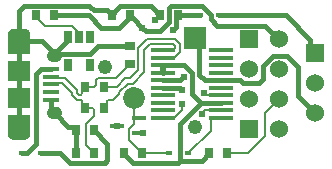
<source format=gtl>
G04*
G04 #@! TF.GenerationSoftware,Altium Limited,Altium Designer,20.2.4 (192)*
G04*
G04 Layer_Physical_Order=1*
G04 Layer_Color=255*
%FSLAX25Y25*%
%MOIN*%
G70*
G04*
G04 #@! TF.SameCoordinates,5D221C76-13CA-4EE4-81E9-8EB1FD8A002E*
G04*
G04*
G04 #@! TF.FilePolarity,Positive*
G04*
G01*
G75*
%ADD14C,0.00800*%
%ADD17R,0.02000X0.01400*%
%ADD18R,0.03000X0.03200*%
G04:AMPARAMS|DCode=19|XSize=77.56mil|YSize=16.14mil|CornerRadius=0.81mil|HoleSize=0mil|Usage=FLASHONLY|Rotation=0.000|XOffset=0mil|YOffset=0mil|HoleType=Round|Shape=RoundedRectangle|*
%AMROUNDEDRECTD19*
21,1,0.07756,0.01453,0,0,0.0*
21,1,0.07595,0.01614,0,0,0.0*
1,1,0.00161,0.03797,-0.00726*
1,1,0.00161,-0.03797,-0.00726*
1,1,0.00161,-0.03797,0.00726*
1,1,0.00161,0.03797,0.00726*
%
%ADD19ROUNDEDRECTD19*%
%ADD20R,0.04600X0.01800*%
%ADD21R,0.03200X0.03000*%
%ADD23R,0.05315X0.01575*%
%ADD24R,0.07480X0.07087*%
%ADD35R,0.06000X0.06000*%
%ADD36C,0.06000*%
%ADD40R,0.02559X0.04331*%
%ADD41C,0.01500*%
%ADD42R,0.06000X0.06000*%
%ADD43C,0.04803*%
%ADD44C,0.07284*%
%ADD45R,0.07284X0.07284*%
%ADD46C,0.04134*%
%ADD47O,0.07480X0.03740*%
%ADD48C,0.02400*%
G36*
X603740Y143465D02*
X603737Y143361D01*
X603729Y143259D01*
X603716Y143157D01*
X603697Y143055D01*
X603673Y142955D01*
X603644Y142856D01*
X603609Y142759D01*
X603570Y142664D01*
X603526Y142571D01*
X603476Y142480D01*
X603423Y142392D01*
X603364Y142307D01*
X603301Y142226D01*
X603234Y142147D01*
X603164Y142073D01*
X603089Y142002D01*
X603011Y141935D01*
X602929Y141872D01*
X602844Y141814D01*
X602756Y141760D01*
X602665Y141711D01*
X602572Y141666D01*
X602477Y141627D01*
X602380Y141592D01*
X602281Y141563D01*
X602181Y141539D01*
X602080Y141520D01*
X601977Y141507D01*
X601875Y141499D01*
X601772Y141496D01*
X598228D01*
X598125Y141499D01*
X598023Y141507D01*
X597920Y141520D01*
X597819Y141539D01*
X597719Y141563D01*
X597620Y141592D01*
X597523Y141627D01*
X597428Y141666D01*
X597335Y141711D01*
X597244Y141760D01*
X597156Y141814D01*
X597071Y141872D01*
X596989Y141935D01*
X596911Y142002D01*
X596836Y142073D01*
X596766Y142147D01*
X596699Y142226D01*
X596636Y142307D01*
X596577Y142392D01*
X596524Y142480D01*
X596474Y142571D01*
X596430Y142664D01*
X596391Y142759D01*
X596356Y142856D01*
X596327Y142955D01*
X596303Y143055D01*
X596284Y143157D01*
X596271Y143259D01*
X596263Y143361D01*
X596260Y143465D01*
Y149764D01*
X603740D01*
Y143465D01*
D02*
G37*
G36*
X612313Y152517D02*
X612421Y152508D01*
X612528Y152494D01*
X612635Y152474D01*
X612740Y152449D01*
X612843Y152418D01*
X612945Y152382D01*
X613045Y152341D01*
X613143Y152294D01*
X613238Y152243D01*
X613331Y152186D01*
X613420Y152125D01*
X613506Y152059D01*
X613588Y151989D01*
X613666Y151914D01*
X613741Y151836D01*
X613811Y151753D01*
X613877Y151668D01*
X613938Y151578D01*
X613995Y151486D01*
X614046Y151391D01*
X614093Y151294D01*
X614134Y151193D01*
X614171Y151092D01*
X614201Y150988D01*
X614226Y150882D01*
X614246Y150776D01*
X614260Y150669D01*
X614269Y150561D01*
X614272Y150453D01*
X614269Y150345D01*
X614260Y150237D01*
X614246Y150129D01*
X614226Y150023D01*
X614201Y149918D01*
X614171Y149814D01*
X614134Y149712D01*
X614093Y149612D01*
X614046Y149514D01*
X613995Y149419D01*
X613938Y149327D01*
X613877Y149238D01*
X613811Y149152D01*
X613741Y149070D01*
X613666Y148991D01*
X613588Y148917D01*
X613506Y148846D01*
X613420Y148781D01*
X613331Y148719D01*
X613238Y148663D01*
X613143Y148611D01*
X613045Y148565D01*
X612945Y148523D01*
X612843Y148487D01*
X612740Y148456D01*
X612635Y148431D01*
X612528Y148411D01*
X612421Y148397D01*
X612313Y148389D01*
X612205Y148386D01*
X611417D01*
X611309Y148389D01*
X611201Y148397D01*
X611094Y148411D01*
X610988Y148431D01*
X610882Y148456D01*
X610779Y148487D01*
X610677Y148523D01*
X610577Y148565D01*
X610479Y148611D01*
X610384Y148663D01*
X610292Y148719D01*
X610202Y148781D01*
X610117Y148846D01*
X610034Y148917D01*
X609956Y148991D01*
X609881Y149070D01*
X609811Y149152D01*
X609745Y149238D01*
X609684Y149327D01*
X609627Y149419D01*
X609576Y149514D01*
X609529Y149612D01*
X609488Y149712D01*
X609452Y149814D01*
X609421Y149918D01*
X609396Y150023D01*
X609376Y150129D01*
X609362Y150237D01*
X609353Y150345D01*
X609350Y150453D01*
X609353Y150561D01*
X609362Y150669D01*
X609376Y150776D01*
X609396Y150882D01*
X609421Y150988D01*
X609452Y151092D01*
X609488Y151193D01*
X609529Y151294D01*
X609576Y151391D01*
X609627Y151486D01*
X609684Y151578D01*
X609745Y151668D01*
X609811Y151753D01*
X609881Y151836D01*
X609956Y151914D01*
X610034Y151989D01*
X610117Y152059D01*
X610202Y152125D01*
X610292Y152186D01*
X610384Y152243D01*
X610479Y152294D01*
X610577Y152341D01*
X610677Y152382D01*
X610779Y152418D01*
X610882Y152449D01*
X610988Y152474D01*
X611094Y152494D01*
X611201Y152508D01*
X611309Y152517D01*
X611417Y152520D01*
X612205D01*
X612313Y152517D01*
D02*
G37*
G36*
X601875Y178501D02*
X601977Y178493D01*
X602080Y178480D01*
X602181Y178461D01*
X602281Y178437D01*
X602380Y178408D01*
X602477Y178373D01*
X602572Y178334D01*
X602665Y178289D01*
X602756Y178240D01*
X602844Y178186D01*
X602929Y178128D01*
X603011Y178065D01*
X603089Y177998D01*
X603164Y177927D01*
X603234Y177853D01*
X603301Y177774D01*
X603364Y177692D01*
X603423Y177608D01*
X603476Y177520D01*
X603526Y177429D01*
X603570Y177336D01*
X603609Y177241D01*
X603644Y177144D01*
X603673Y177045D01*
X603697Y176945D01*
X603716Y176843D01*
X603729Y176741D01*
X603737Y176638D01*
X603740Y176535D01*
Y170236D01*
X596260D01*
Y176535D01*
X596263Y176638D01*
X596271Y176741D01*
X596284Y176843D01*
X596303Y176945D01*
X596327Y177045D01*
X596356Y177144D01*
X596391Y177241D01*
X596430Y177336D01*
X596474Y177429D01*
X596524Y177520D01*
X596577Y177608D01*
X596636Y177692D01*
X596699Y177774D01*
X596766Y177853D01*
X596836Y177927D01*
X596911Y177998D01*
X596989Y178065D01*
X597071Y178128D01*
X597156Y178186D01*
X597244Y178240D01*
X597335Y178289D01*
X597428Y178334D01*
X597523Y178373D01*
X597620Y178408D01*
X597719Y178437D01*
X597819Y178461D01*
X597920Y178480D01*
X598023Y178493D01*
X598125Y178501D01*
X598228Y178504D01*
X601772D01*
X601875Y178501D01*
D02*
G37*
G36*
X612313Y171611D02*
X612421Y171603D01*
X612528Y171589D01*
X612635Y171569D01*
X612740Y171544D01*
X612843Y171513D01*
X612945Y171477D01*
X613045Y171435D01*
X613143Y171389D01*
X613238Y171337D01*
X613331Y171281D01*
X613420Y171219D01*
X613506Y171153D01*
X613588Y171083D01*
X613666Y171009D01*
X613741Y170930D01*
X613811Y170848D01*
X613877Y170762D01*
X613938Y170673D01*
X613995Y170581D01*
X614046Y170486D01*
X614093Y170388D01*
X614134Y170288D01*
X614171Y170186D01*
X614201Y170082D01*
X614226Y169977D01*
X614246Y169871D01*
X614260Y169763D01*
X614269Y169655D01*
X614272Y169547D01*
X614269Y169439D01*
X614260Y169331D01*
X614246Y169224D01*
X614226Y169117D01*
X614201Y169012D01*
X614171Y168909D01*
X614134Y168807D01*
X614093Y168707D01*
X614046Y168609D01*
X613995Y168514D01*
X613938Y168421D01*
X613877Y168332D01*
X613811Y168246D01*
X613741Y168164D01*
X613666Y168086D01*
X613588Y168011D01*
X613506Y167941D01*
X613420Y167875D01*
X613331Y167814D01*
X613238Y167757D01*
X613143Y167706D01*
X613045Y167659D01*
X612945Y167618D01*
X612843Y167581D01*
X612740Y167551D01*
X612635Y167525D01*
X612528Y167506D01*
X612421Y167492D01*
X612313Y167483D01*
X612205Y167480D01*
X611417D01*
X611309Y167483D01*
X611201Y167492D01*
X611094Y167506D01*
X610988Y167525D01*
X610882Y167551D01*
X610779Y167581D01*
X610677Y167618D01*
X610577Y167659D01*
X610479Y167706D01*
X610384Y167757D01*
X610292Y167814D01*
X610202Y167875D01*
X610117Y167941D01*
X610034Y168011D01*
X609956Y168086D01*
X609881Y168164D01*
X609811Y168246D01*
X609745Y168332D01*
X609684Y168421D01*
X609627Y168514D01*
X609576Y168609D01*
X609529Y168707D01*
X609488Y168807D01*
X609452Y168909D01*
X609421Y169012D01*
X609396Y169117D01*
X609376Y169224D01*
X609362Y169331D01*
X609353Y169439D01*
X609350Y169547D01*
X609353Y169655D01*
X609362Y169763D01*
X609376Y169871D01*
X609396Y169977D01*
X609421Y170082D01*
X609452Y170186D01*
X609488Y170288D01*
X609529Y170388D01*
X609576Y170486D01*
X609627Y170581D01*
X609684Y170673D01*
X609745Y170762D01*
X609811Y170848D01*
X609881Y170930D01*
X609956Y171009D01*
X610034Y171083D01*
X610117Y171153D01*
X610202Y171219D01*
X610292Y171281D01*
X610384Y171337D01*
X610479Y171389D01*
X610577Y171435D01*
X610677Y171477D01*
X610779Y171513D01*
X610882Y171544D01*
X610988Y171569D01*
X611094Y171589D01*
X611201Y171603D01*
X611309Y171611D01*
X611417Y171614D01*
X612205D01*
X612313Y171611D01*
D02*
G37*
%LPC*%
G36*
X601772Y147795D02*
X598228D01*
X598167Y147794D01*
X598105Y147789D01*
X598044Y147781D01*
X597983Y147769D01*
X597923Y147755D01*
X597863Y147738D01*
X597805Y147717D01*
X597748Y147693D01*
X597692Y147667D01*
X597638Y147637D01*
X597585Y147605D01*
X597534Y147570D01*
X597485Y147532D01*
X597438Y147492D01*
X597393Y147449D01*
X597351Y147405D01*
X597310Y147357D01*
X597273Y147308D01*
X597238Y147257D01*
X597205Y147205D01*
X597176Y147150D01*
X597149Y147095D01*
X597126Y147037D01*
X597105Y146979D01*
X597087Y146920D01*
X597073Y146860D01*
X597062Y146799D01*
X597054Y146738D01*
X597049Y146676D01*
X597047Y146614D01*
Y145728D01*
X597049Y145667D01*
X597054Y145605D01*
X597062Y145544D01*
X597073Y145483D01*
X597087Y145423D01*
X597105Y145363D01*
X597126Y145305D01*
X597149Y145248D01*
X597176Y145192D01*
X597205Y145138D01*
X597238Y145085D01*
X597273Y145034D01*
X597310Y144985D01*
X597351Y144938D01*
X597393Y144893D01*
X597438Y144851D01*
X597485Y144810D01*
X597534Y144773D01*
X597585Y144738D01*
X597638Y144705D01*
X597692Y144676D01*
X597748Y144649D01*
X597805Y144626D01*
X597863Y144605D01*
X597923Y144588D01*
X597983Y144573D01*
X598044Y144562D01*
X598105Y144554D01*
X598167Y144549D01*
X598228Y144547D01*
X601870D01*
X601927Y144549D01*
X601983Y144553D01*
X602039Y144561D01*
X602095Y144571D01*
X602150Y144584D01*
X602205Y144600D01*
X602258Y144619D01*
X602311Y144641D01*
X602362Y144665D01*
X602411Y144692D01*
X602460Y144722D01*
X602506Y144754D01*
X602551Y144789D01*
X602595Y144825D01*
X602636Y144864D01*
X602675Y144905D01*
X602711Y144949D01*
X602746Y144993D01*
X602778Y145040D01*
X602808Y145089D01*
X602835Y145138D01*
X602859Y145190D01*
X602881Y145242D01*
X602900Y145295D01*
X602916Y145350D01*
X602929Y145405D01*
X602939Y145460D01*
X602947Y145517D01*
X602951Y145573D01*
X602953Y145630D01*
Y146614D01*
X602951Y146676D01*
X602946Y146738D01*
X602938Y146799D01*
X602927Y146860D01*
X602913Y146920D01*
X602895Y146979D01*
X602874Y147037D01*
X602851Y147095D01*
X602824Y147150D01*
X602795Y147205D01*
X602762Y147257D01*
X602727Y147308D01*
X602690Y147357D01*
X602649Y147405D01*
X602607Y147449D01*
X602562Y147492D01*
X602515Y147532D01*
X602466Y147570D01*
X602415Y147605D01*
X602362Y147637D01*
X602308Y147667D01*
X602252Y147693D01*
X602195Y147717D01*
X602137Y147738D01*
X602077Y147755D01*
X602017Y147769D01*
X601956Y147781D01*
X601895Y147789D01*
X601833Y147794D01*
X601772Y147795D01*
D02*
G37*
G36*
X612205Y151732D02*
X611417D01*
X611350Y151731D01*
X611284Y151725D01*
X611217Y151716D01*
X611151Y151704D01*
X611086Y151689D01*
X611022Y151670D01*
X610959Y151647D01*
X610897Y151622D01*
X610836Y151593D01*
X610778Y151561D01*
X610720Y151526D01*
X610665Y151488D01*
X610612Y151447D01*
X610561Y151404D01*
X610513Y151357D01*
X610466Y151309D01*
X610423Y151258D01*
X610382Y151205D01*
X610344Y151150D01*
X610309Y151093D01*
X610277Y151034D01*
X610248Y150973D01*
X610223Y150911D01*
X610200Y150848D01*
X610181Y150784D01*
X610166Y150719D01*
X610153Y150653D01*
X610145Y150586D01*
X610140Y150520D01*
X610138Y150453D01*
X610140Y150386D01*
X610145Y150319D01*
X610153Y150253D01*
X610166Y150187D01*
X610181Y150122D01*
X610200Y150057D01*
X610223Y149994D01*
X610248Y149932D01*
X610277Y149872D01*
X610309Y149813D01*
X610344Y149756D01*
X610382Y149701D01*
X610423Y149647D01*
X610466Y149597D01*
X610513Y149548D01*
X610561Y149502D01*
X610612Y149458D01*
X610665Y149418D01*
X610720Y149380D01*
X610778Y149345D01*
X610836Y149313D01*
X610897Y149284D01*
X610959Y149258D01*
X611022Y149236D01*
X611086Y149217D01*
X611151Y149201D01*
X611217Y149189D01*
X611284Y149180D01*
X611350Y149175D01*
X611417Y149173D01*
X612205D01*
X612272Y149175D01*
X612338Y149180D01*
X612405Y149189D01*
X612471Y149201D01*
X612536Y149217D01*
X612600Y149236D01*
X612663Y149258D01*
X612725Y149284D01*
X612786Y149313D01*
X612845Y149345D01*
X612902Y149380D01*
X612957Y149418D01*
X613010Y149458D01*
X613061Y149502D01*
X613109Y149548D01*
X613156Y149597D01*
X613199Y149647D01*
X613240Y149701D01*
X613278Y149756D01*
X613313Y149813D01*
X613345Y149872D01*
X613374Y149932D01*
X613399Y149994D01*
X613422Y150057D01*
X613441Y150122D01*
X613456Y150187D01*
X613469Y150253D01*
X613477Y150319D01*
X613483Y150386D01*
X613484Y150453D01*
X613483Y150520D01*
X613477Y150586D01*
X613469Y150653D01*
X613456Y150719D01*
X613441Y150784D01*
X613422Y150848D01*
X613399Y150911D01*
X613374Y150973D01*
X613345Y151034D01*
X613313Y151093D01*
X613278Y151150D01*
X613240Y151205D01*
X613199Y151258D01*
X613156Y151309D01*
X613109Y151357D01*
X613061Y151404D01*
X613010Y151447D01*
X612957Y151488D01*
X612902Y151526D01*
X612845Y151561D01*
X612786Y151593D01*
X612725Y151622D01*
X612663Y151647D01*
X612600Y151670D01*
X612536Y151689D01*
X612471Y151704D01*
X612405Y151716D01*
X612338Y151725D01*
X612272Y151731D01*
X612205Y151732D01*
D02*
G37*
G36*
X601772Y175453D02*
X598130D01*
X598073Y175451D01*
X598017Y175447D01*
X597961Y175439D01*
X597905Y175429D01*
X597850Y175416D01*
X597795Y175400D01*
X597742Y175381D01*
X597690Y175359D01*
X597638Y175335D01*
X597589Y175308D01*
X597540Y175278D01*
X597494Y175246D01*
X597449Y175212D01*
X597405Y175175D01*
X597364Y175136D01*
X597325Y175094D01*
X597289Y175051D01*
X597254Y175006D01*
X597222Y174960D01*
X597192Y174911D01*
X597165Y174862D01*
X597141Y174810D01*
X597119Y174758D01*
X597100Y174705D01*
X597084Y174650D01*
X597071Y174595D01*
X597061Y174539D01*
X597053Y174483D01*
X597049Y174427D01*
X597047Y174370D01*
Y173386D01*
X597049Y173324D01*
X597054Y173262D01*
X597062Y173201D01*
X597073Y173140D01*
X597087Y173080D01*
X597105Y173021D01*
X597126Y172963D01*
X597149Y172905D01*
X597176Y172850D01*
X597205Y172795D01*
X597238Y172743D01*
X597273Y172692D01*
X597310Y172643D01*
X597351Y172596D01*
X597393Y172551D01*
X597438Y172508D01*
X597485Y172468D01*
X597534Y172430D01*
X597585Y172395D01*
X597638Y172363D01*
X597692Y172334D01*
X597748Y172307D01*
X597805Y172283D01*
X597863Y172263D01*
X597923Y172245D01*
X597983Y172231D01*
X598044Y172219D01*
X598105Y172211D01*
X598167Y172206D01*
X598228Y172205D01*
X601772D01*
X601833Y172206D01*
X601895Y172211D01*
X601956Y172219D01*
X602017Y172231D01*
X602077Y172245D01*
X602137Y172263D01*
X602195Y172283D01*
X602252Y172307D01*
X602308Y172334D01*
X602362Y172363D01*
X602415Y172395D01*
X602466Y172430D01*
X602515Y172468D01*
X602562Y172508D01*
X602607Y172551D01*
X602649Y172596D01*
X602690Y172643D01*
X602727Y172692D01*
X602762Y172743D01*
X602795Y172795D01*
X602824Y172850D01*
X602851Y172905D01*
X602874Y172963D01*
X602895Y173021D01*
X602913Y173080D01*
X602927Y173140D01*
X602938Y173201D01*
X602946Y173262D01*
X602951Y173324D01*
X602953Y173386D01*
Y174272D01*
X602951Y174334D01*
X602946Y174395D01*
X602938Y174456D01*
X602927Y174517D01*
X602913Y174577D01*
X602895Y174637D01*
X602874Y174695D01*
X602851Y174752D01*
X602824Y174808D01*
X602795Y174862D01*
X602762Y174915D01*
X602727Y174966D01*
X602690Y175015D01*
X602649Y175062D01*
X602607Y175107D01*
X602562Y175149D01*
X602515Y175189D01*
X602466Y175227D01*
X602415Y175262D01*
X602362Y175294D01*
X602308Y175324D01*
X602252Y175351D01*
X602195Y175374D01*
X602137Y175395D01*
X602077Y175412D01*
X602017Y175427D01*
X601956Y175438D01*
X601895Y175446D01*
X601833Y175451D01*
X601772Y175453D01*
D02*
G37*
G36*
X612205Y170827D02*
X611417D01*
X611350Y170825D01*
X611284Y170820D01*
X611217Y170811D01*
X611151Y170799D01*
X611086Y170783D01*
X611022Y170764D01*
X610959Y170742D01*
X610897Y170716D01*
X610836Y170687D01*
X610778Y170655D01*
X610720Y170620D01*
X610665Y170582D01*
X610612Y170542D01*
X610561Y170498D01*
X610513Y170452D01*
X610466Y170403D01*
X610423Y170352D01*
X610382Y170299D01*
X610344Y170244D01*
X610309Y170187D01*
X610277Y170128D01*
X610248Y170068D01*
X610223Y170006D01*
X610200Y169943D01*
X610181Y169878D01*
X610166Y169813D01*
X610153Y169747D01*
X610145Y169681D01*
X610140Y169614D01*
X610138Y169547D01*
X610140Y169480D01*
X610145Y169413D01*
X610153Y169347D01*
X610166Y169281D01*
X610181Y169216D01*
X610200Y169152D01*
X610223Y169089D01*
X610248Y169027D01*
X610277Y168966D01*
X610309Y168907D01*
X610344Y168850D01*
X610382Y168795D01*
X610423Y168742D01*
X610466Y168691D01*
X610513Y168642D01*
X610561Y168596D01*
X610612Y168553D01*
X610665Y168512D01*
X610720Y168474D01*
X610778Y168439D01*
X610836Y168407D01*
X610897Y168378D01*
X610959Y168353D01*
X611022Y168330D01*
X611086Y168311D01*
X611151Y168296D01*
X611217Y168283D01*
X611284Y168275D01*
X611350Y168270D01*
X611417Y168268D01*
X612205D01*
X612272Y168270D01*
X612338Y168275D01*
X612405Y168283D01*
X612471Y168296D01*
X612536Y168311D01*
X612600Y168330D01*
X612663Y168353D01*
X612725Y168378D01*
X612786Y168407D01*
X612845Y168439D01*
X612902Y168474D01*
X612957Y168512D01*
X613010Y168553D01*
X613061Y168596D01*
X613109Y168642D01*
X613156Y168691D01*
X613199Y168742D01*
X613240Y168795D01*
X613278Y168850D01*
X613313Y168907D01*
X613345Y168966D01*
X613374Y169027D01*
X613399Y169089D01*
X613422Y169152D01*
X613441Y169216D01*
X613456Y169281D01*
X613469Y169347D01*
X613477Y169413D01*
X613483Y169480D01*
X613484Y169547D01*
X613483Y169614D01*
X613477Y169681D01*
X613469Y169747D01*
X613456Y169813D01*
X613441Y169878D01*
X613422Y169943D01*
X613399Y170006D01*
X613374Y170068D01*
X613345Y170128D01*
X613313Y170187D01*
X613278Y170244D01*
X613240Y170299D01*
X613199Y170352D01*
X613156Y170403D01*
X613109Y170452D01*
X613061Y170498D01*
X613010Y170542D01*
X612957Y170582D01*
X612902Y170620D01*
X612845Y170655D01*
X612786Y170687D01*
X612725Y170716D01*
X612663Y170742D01*
X612600Y170764D01*
X612536Y170783D01*
X612471Y170799D01*
X612405Y170811D01*
X612338Y170820D01*
X612272Y170825D01*
X612205Y170827D01*
D02*
G37*
%LPD*%
D14*
X628164Y159200D02*
X632580D01*
X635427Y162048D01*
X626251Y162083D02*
X632254D01*
X636836Y166665D01*
X631141Y154737D02*
X633301Y156897D01*
X661808Y157037D02*
X662556Y156289D01*
X661664Y157037D02*
X661808D01*
X633301Y157376D02*
X636173Y160248D01*
X633301Y156897D02*
Y157376D01*
X629264Y153123D02*
Y154268D01*
X629733Y154737D02*
X631141D01*
X629264Y154268D02*
X629733Y154737D01*
X652096Y149197D02*
X654159Y151260D01*
Y153260D01*
X662556Y156289D02*
X667303D01*
X647854Y148789D02*
X648261Y149197D01*
X652096D01*
X660928Y150220D02*
X660994D01*
X662065Y151290D01*
X667302D01*
X667303Y151289D01*
X652093Y175096D02*
X653616Y173573D01*
X642781Y175096D02*
X652093D01*
X651347Y173296D02*
X651816Y172828D01*
X643527Y173296D02*
X651347D01*
X638200Y148300D02*
X638700Y148800D01*
X638200Y146597D02*
Y148300D01*
X636600Y144997D02*
X638200Y146597D01*
X636600Y141536D02*
Y144997D01*
X663906Y148382D02*
X664313Y148789D01*
X656450Y137086D02*
X663906Y144542D01*
Y148382D01*
X664313Y148789D02*
X667303D01*
X638700Y148800D02*
X640100D01*
X641036Y137000D02*
Y137100D01*
X636600Y141536D02*
X641036Y137100D01*
X638142Y155370D02*
X638200Y155313D01*
Y149300D02*
Y155313D01*
Y149300D02*
X638700Y148800D01*
X641536Y163923D02*
Y171306D01*
X637860Y160248D02*
X641536Y163923D01*
X636173Y160248D02*
X637860D01*
X647854Y168789D02*
X648261Y169196D01*
X652096D01*
X653616Y170716D01*
X639736Y164669D02*
Y172051D01*
X635427Y162048D02*
X637115D01*
X648261Y171696D02*
X651347D01*
X651816Y172165D02*
Y172828D01*
X628200Y152059D02*
X629264Y153123D01*
X651347Y171696D02*
X651816Y172165D01*
X641536Y171306D02*
X643527Y173296D01*
X653616Y170716D02*
Y173573D01*
X639736Y172051D02*
X642781Y175096D01*
X647854Y171289D02*
X648261Y171696D01*
X637115Y162048D02*
X639736Y164669D01*
X636836Y166665D02*
X636936D01*
X622064Y159200D02*
X624996D01*
X625464Y159669D02*
Y161297D01*
X624996Y159200D02*
X625464Y159669D01*
X624800Y149289D02*
Y151590D01*
X622100Y152059D02*
X624331D01*
X624800Y151590D01*
X621000Y153159D02*
X622100Y152059D01*
X625036Y137000D02*
Y137100D01*
X622300Y139836D02*
X625036Y137100D01*
X620531Y154722D02*
X621000Y154253D01*
Y153159D02*
Y154253D01*
X610911Y160380D02*
X614389D01*
X617564Y157204D01*
X610532Y160000D02*
X610911Y160380D01*
X617564Y156281D02*
X619123Y154722D01*
X620531D01*
X617564Y156281D02*
Y157204D01*
X621000Y158136D02*
X622064Y159200D01*
X621000Y156991D02*
Y158136D01*
X620531Y156522D02*
X621000Y156991D01*
X619869Y156522D02*
X620531D01*
X610911Y162180D02*
X615135D01*
X610532Y162559D02*
X610911Y162180D01*
X619364Y157027D02*
Y157950D01*
Y157027D02*
X619869Y156522D01*
X615135Y162180D02*
X619364Y157950D01*
X622300Y139836D02*
Y146789D01*
X624800Y149289D01*
X625464Y161297D02*
X626251Y162083D01*
X641122Y137086D02*
X649850D01*
X641036Y137000D02*
X641122Y137086D01*
X656150D02*
X656450D01*
X669436D02*
X676283D01*
X620000Y176000D02*
Y177126D01*
X617726Y179400D02*
X620000Y177126D01*
X608550Y179400D02*
X617726D01*
X605250Y182700D02*
X608550Y179400D01*
X605250Y182700D02*
Y183000D01*
X676283Y137086D02*
X681851Y142654D01*
Y150351D01*
X686500Y155000D01*
D17*
X656150Y137086D02*
D03*
X649850D02*
D03*
X666486Y183000D02*
D03*
X660186D02*
D03*
X600848Y137106D02*
D03*
X607148D02*
D03*
D18*
X669436Y137086D02*
D03*
X663336D02*
D03*
X641036Y137000D02*
D03*
X634936D02*
D03*
X622100Y152059D02*
D03*
X628200D02*
D03*
X622064Y159200D02*
D03*
X628164D02*
D03*
X625036Y137000D02*
D03*
X618936D02*
D03*
X611664Y183000D02*
D03*
X605564D02*
D03*
X646836D02*
D03*
X652936D02*
D03*
X618900Y144692D02*
D03*
X625000D02*
D03*
X630836Y183000D02*
D03*
X636936D02*
D03*
D19*
X647854Y148789D02*
D03*
Y151289D02*
D03*
Y153789D02*
D03*
Y156289D02*
D03*
Y158789D02*
D03*
Y161289D02*
D03*
Y163789D02*
D03*
Y166289D02*
D03*
Y168789D02*
D03*
Y171289D02*
D03*
X667303D02*
D03*
Y168789D02*
D03*
Y166289D02*
D03*
Y163789D02*
D03*
Y161289D02*
D03*
Y158789D02*
D03*
Y156289D02*
D03*
Y153789D02*
D03*
Y151289D02*
D03*
Y148789D02*
D03*
D20*
X640100Y143600D02*
D03*
Y148800D02*
D03*
X632700Y146200D02*
D03*
D21*
X636936Y166665D02*
D03*
Y172766D02*
D03*
D23*
X610532Y160000D02*
D03*
Y162559D02*
D03*
Y157441D02*
D03*
Y165118D02*
D03*
Y154882D02*
D03*
D24*
X600000Y164528D02*
D03*
Y155472D02*
D03*
D35*
X698700Y170528D02*
D03*
D36*
X676500Y165000D02*
D03*
Y155000D02*
D03*
X686500Y175000D02*
D03*
Y165000D02*
D03*
Y155000D02*
D03*
Y145000D02*
D03*
X698700Y160528D02*
D03*
Y150528D02*
D03*
D40*
X623740Y175724D02*
D03*
X620000D02*
D03*
X616260D02*
D03*
Y166276D02*
D03*
X623740D02*
D03*
D41*
X660868Y134518D02*
X663336Y136986D01*
X653600Y134518D02*
X660868D01*
X634936Y136900D02*
X637986Y133850D01*
X652932D02*
X653600Y134518D01*
X637986Y133850D02*
X652932D01*
X613538Y137106D02*
X616794Y133850D01*
X629400Y134729D02*
Y140192D01*
X628521Y133850D02*
X629400Y134729D01*
X616794Y133850D02*
X628521D01*
X633600Y186150D02*
X643900D01*
X630750Y183300D02*
X631036D01*
X631586Y183850D01*
Y184136D01*
X633600Y186150D01*
X643900D02*
X646086Y183964D01*
Y183664D02*
X646750Y183000D01*
X646086Y183664D02*
Y183964D01*
X601708Y186150D02*
X623303D01*
X624803Y184650D01*
X600000Y164528D02*
Y174356D01*
Y155472D02*
Y164528D01*
Y184442D02*
X601708Y186150D01*
X654739Y162500D02*
X654823D01*
X647854Y161289D02*
X653528D01*
X654739Y162500D01*
X654922Y166289D02*
X657573Y163639D01*
X647854Y166289D02*
X654922D01*
X657573Y156825D02*
Y163639D01*
X647854Y158789D02*
X653616D01*
X657573Y156825D02*
X660608Y153789D01*
X659873Y163236D02*
Y173955D01*
X658458Y175370D02*
X659873Y173955D01*
X667303Y161289D02*
X673776D01*
X659873Y163236D02*
X661819Y161289D01*
X667303D01*
X660608Y153789D02*
X667303D01*
X653600Y146781D02*
X660608Y153789D01*
X647854Y165250D02*
Y166289D01*
Y163789D02*
Y165250D01*
X633450Y178900D02*
X637250Y182700D01*
X653600Y134518D02*
Y146781D01*
X649886Y180758D02*
Y185271D01*
X650765Y186150D02*
X660928D01*
X649886Y185271D02*
X650765Y186150D01*
X660928D02*
X663936Y183142D01*
X626418Y172766D02*
X636936D01*
X623644Y169991D02*
X626418Y172766D01*
X652291Y182355D02*
X652936Y183000D01*
X652291Y179150D02*
Y182355D01*
X651347Y178206D02*
X652291Y179150D01*
X651347Y177963D02*
Y178206D01*
X652936Y183000D02*
X660186D01*
X641050Y178900D02*
X642184Y177766D01*
X637800Y182150D02*
X641050Y178900D01*
X612255Y169991D02*
X623644D01*
X611811Y169547D02*
X612255Y169991D01*
X642184Y177766D02*
X646894D01*
X637250Y182586D02*
Y182700D01*
Y182586D02*
X637686Y182150D01*
X637800D01*
X646894Y177766D02*
X649886Y180758D01*
X610532Y152445D02*
Y154882D01*
Y152445D02*
X611811Y151165D01*
Y150453D02*
Y151165D01*
X625000Y144592D02*
Y144692D01*
Y144592D02*
X629400Y140192D01*
X607148Y137106D02*
X613538D01*
X610494Y165081D02*
X610532Y165118D01*
X607416Y165081D02*
X610494D01*
X605709Y163373D02*
X607416Y165081D01*
X600848Y137106D02*
X602658D01*
X605709Y140157D01*
Y163373D01*
X611811Y150453D02*
X616371Y145892D01*
X617800D01*
X618900Y144792D01*
Y144692D02*
Y144792D01*
Y137036D02*
X618936Y137000D01*
X618900Y137036D02*
Y144692D01*
X634936Y136900D02*
Y137000D01*
X663336Y136986D02*
Y137086D01*
X673776Y161289D02*
X674615Y160450D01*
X679850D01*
X663936Y181658D02*
X666044Y179550D01*
X681950D01*
X663936Y181658D02*
Y183142D01*
X666486Y183000D02*
X688934D01*
X697035Y174899D01*
Y172193D02*
Y174899D01*
Y172193D02*
X698700Y170528D01*
X600000Y174356D02*
X607529D01*
X600000D02*
Y184442D01*
X624803Y184650D02*
X629400D01*
X630750Y183300D01*
X611750Y183000D02*
X623200D01*
X689150Y169550D02*
X693112Y165588D01*
Y156116D02*
X698700Y150528D01*
X693112Y156116D02*
Y165588D01*
X607529Y174356D02*
X611811Y170075D01*
X684615Y169550D02*
X689150D01*
X681200Y166135D02*
X684615Y169550D01*
X681200Y161800D02*
Y166135D01*
X679850Y160450D02*
X681200Y161800D01*
X681950Y179550D02*
X686500Y175000D01*
X627300Y178900D02*
X633450D01*
X623200Y183000D02*
X627300Y178900D01*
X600000Y146699D02*
Y155472D01*
X616260Y174839D02*
Y175724D01*
X611811Y170390D02*
X616260Y174839D01*
D42*
X676500Y175000D02*
D03*
Y145000D02*
D03*
D43*
X658458Y145685D02*
D03*
X628457Y165685D02*
D03*
D44*
X638142Y155370D02*
D03*
D45*
X658458Y175370D02*
D03*
D46*
X611811Y169547D02*
D03*
Y150453D02*
D03*
D47*
X600000Y173829D02*
D03*
Y146171D02*
D03*
D48*
X661664Y157037D02*
D03*
X654823Y162500D02*
D03*
X654159Y158100D02*
D03*
Y153260D02*
D03*
X616260Y166276D02*
D03*
X625000Y144692D02*
D03*
X660928Y150220D02*
D03*
X641122Y143600D02*
D03*
X647854Y165250D02*
D03*
X623622Y166240D02*
D03*
X645177Y181299D02*
D03*
X651347Y177963D02*
D03*
X641050Y178900D02*
D03*
X632700Y146200D02*
D03*
X620000Y176000D02*
D03*
M02*

</source>
